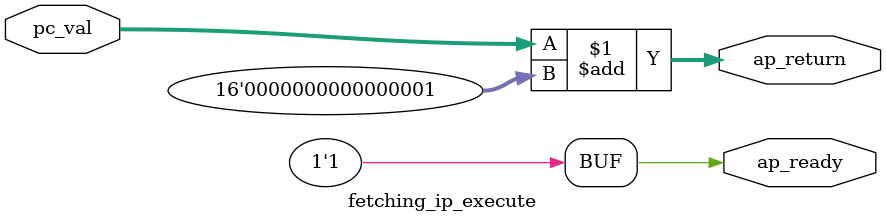
<source format=v>

`timescale 1 ns / 1 ps 

module fetching_ip_execute (
        ap_ready,
        pc_val,
        ap_return
);


output   ap_ready;
input  [15:0] pc_val;
output  [15:0] ap_return;

assign ap_ready = 1'b1;

assign ap_return = (pc_val + 16'd1);

endmodule //fetching_ip_execute

</source>
